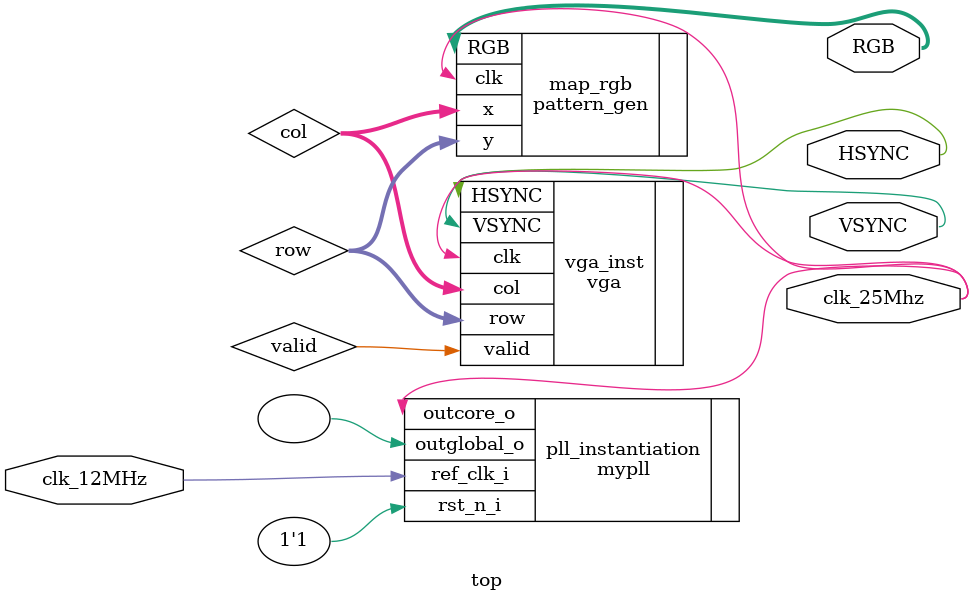
<source format=v>
module top (
    input wire          clk_12MHz,
    output wire [5:0]   RGB, 
    output wire         HSYNC,
    output wire         VSYNC, 
    output wire         clk_25Mhz
);  
    // wire global_clk;
	
	wire [9:0] row; 
	wire [9:0] col; 
	wire valid; 

    // Instantiate the PLL
	mypll pll_instantiation(
	    .ref_clk_i(clk_12MHz),
        .rst_n_i(1'b1),
        .outcore_o(clk_25Mhz),
        .outglobal_o()
	);
    
    // Instantiate the VGA module
     vga vga_inst (
         .clk(clk_25Mhz),
         .HSYNC(HSYNC),
         .VSYNC(VSYNC),
         .valid(valid),
         .row(row),
         .col(col)
     );
	
	pattern_gen map_rgb(
		 .clk(clk_25Mhz),
		 .y(row),
		 .x(col),
		 .RGB(RGB) 
	); 
    
endmodule
</source>
